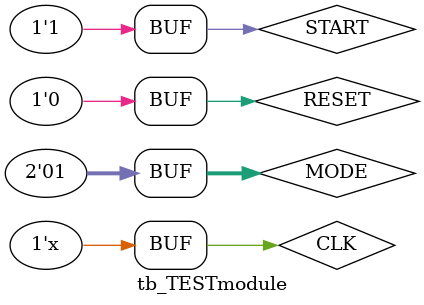
<source format=v>
`timescale 1ns / 1ps


module tb_TESTmodule();

reg CLK = 0;
reg [1:0] MODE = 0;
reg START = 0;
reg RESET = 0;

//wire [13:0] actualTotalStepsOut;
//wire [13:0] sevenSegOut; 
//wire SI; 
//wire [13:0] mileCounter;
wire [13:0] highatime;
TESTmodule uut (CLK, MODE, START, RESET,highatime );  

always #5 CLK = ~CLK; // 100MHz

initial begin
//inputs here

RESET = 0;
START = 1;
MODE = 1;




end
endmodule

</source>
